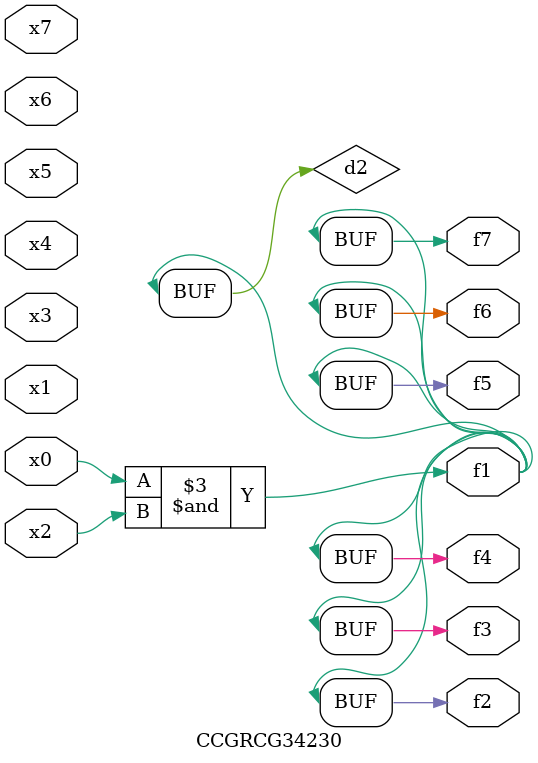
<source format=v>
module CCGRCG34230(
	input x0, x1, x2, x3, x4, x5, x6, x7,
	output f1, f2, f3, f4, f5, f6, f7
);

	wire d1, d2;

	nor (d1, x3, x6);
	and (d2, x0, x2);
	assign f1 = d2;
	assign f2 = d2;
	assign f3 = d2;
	assign f4 = d2;
	assign f5 = d2;
	assign f6 = d2;
	assign f7 = d2;
endmodule

</source>
